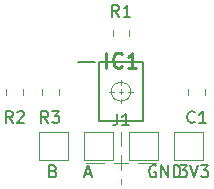
<source format=gbr>
G04 #@! TF.GenerationSoftware,KiCad,Pcbnew,(5.1.2)-2*
G04 #@! TF.CreationDate,2019-12-09T19:24:06+00:00*
G04 #@! TF.ProjectId,encoder_pcb,656e636f-6465-4725-9f70-63622e6b6963,rev?*
G04 #@! TF.SameCoordinates,Original*
G04 #@! TF.FileFunction,Legend,Top*
G04 #@! TF.FilePolarity,Positive*
%FSLAX46Y46*%
G04 Gerber Fmt 4.6, Leading zero omitted, Abs format (unit mm)*
G04 Created by KiCad (PCBNEW (5.1.2)-2) date 2019-12-09 19:24:06*
%MOMM*%
%LPD*%
G04 APERTURE LIST*
%ADD10C,0.120000*%
%ADD11C,0.150000*%
%ADD12C,0.200000*%
%ADD13C,0.254000*%
G04 APERTURE END LIST*
D10*
X110000000Y-121400000D02*
X110000000Y-121800000D01*
D11*
X114961904Y-120252380D02*
X115580952Y-120252380D01*
X115247619Y-120633333D01*
X115390476Y-120633333D01*
X115485714Y-120680952D01*
X115533333Y-120728571D01*
X115580952Y-120823809D01*
X115580952Y-121061904D01*
X115533333Y-121157142D01*
X115485714Y-121204761D01*
X115390476Y-121252380D01*
X115104761Y-121252380D01*
X115009523Y-121204761D01*
X114961904Y-121157142D01*
X115866666Y-120252380D02*
X116200000Y-121252380D01*
X116533333Y-120252380D01*
X116771428Y-120252380D02*
X117390476Y-120252380D01*
X117057142Y-120633333D01*
X117200000Y-120633333D01*
X117295238Y-120680952D01*
X117342857Y-120728571D01*
X117390476Y-120823809D01*
X117390476Y-121061904D01*
X117342857Y-121157142D01*
X117295238Y-121204761D01*
X117200000Y-121252380D01*
X116914285Y-121252380D01*
X116819047Y-121204761D01*
X116771428Y-121157142D01*
X112938095Y-120300000D02*
X112842857Y-120252380D01*
X112700000Y-120252380D01*
X112557142Y-120300000D01*
X112461904Y-120395238D01*
X112414285Y-120490476D01*
X112366666Y-120680952D01*
X112366666Y-120823809D01*
X112414285Y-121014285D01*
X112461904Y-121109523D01*
X112557142Y-121204761D01*
X112700000Y-121252380D01*
X112795238Y-121252380D01*
X112938095Y-121204761D01*
X112985714Y-121157142D01*
X112985714Y-120823809D01*
X112795238Y-120823809D01*
X113414285Y-121252380D02*
X113414285Y-120252380D01*
X113985714Y-121252380D01*
X113985714Y-120252380D01*
X114461904Y-121252380D02*
X114461904Y-120252380D01*
X114700000Y-120252380D01*
X114842857Y-120300000D01*
X114938095Y-120395238D01*
X114985714Y-120490476D01*
X115033333Y-120680952D01*
X115033333Y-120823809D01*
X114985714Y-121014285D01*
X114938095Y-121109523D01*
X114842857Y-121204761D01*
X114700000Y-121252380D01*
X114461904Y-121252380D01*
X106961904Y-120966666D02*
X107438095Y-120966666D01*
X106866666Y-121252380D02*
X107200000Y-120252380D01*
X107533333Y-121252380D01*
X104271428Y-120728571D02*
X104414285Y-120776190D01*
X104461904Y-120823809D01*
X104509523Y-120919047D01*
X104509523Y-121061904D01*
X104461904Y-121157142D01*
X104414285Y-121204761D01*
X104319047Y-121252380D01*
X103938095Y-121252380D01*
X103938095Y-120252380D01*
X104271428Y-120252380D01*
X104366666Y-120300000D01*
X104414285Y-120347619D01*
X104461904Y-120442857D01*
X104461904Y-120538095D01*
X104414285Y-120633333D01*
X104366666Y-120680952D01*
X104271428Y-120728571D01*
X103938095Y-120728571D01*
D10*
X110600000Y-114000000D02*
X111000000Y-114000000D01*
X110000000Y-113400000D02*
X110000000Y-113000000D01*
X109400000Y-114000000D02*
X109000000Y-114000000D01*
X110000000Y-114600000D02*
X110000000Y-115000000D01*
X110200000Y-114000000D02*
X109800000Y-114000000D01*
X110000000Y-113800000D02*
X110000000Y-114200000D01*
X110824621Y-114000000D02*
G75*
G03X110824621Y-114000000I-824621J0D01*
G01*
X110000000Y-118600000D02*
X110000000Y-117400000D01*
X110000000Y-120600000D02*
X110000000Y-119400000D01*
X111400000Y-120000000D02*
X113000000Y-120000000D01*
X108600000Y-120000000D02*
X107000000Y-120000000D01*
X110600000Y-120000000D02*
X109400000Y-120000000D01*
X105485000Y-119800000D02*
X103085000Y-119800000D01*
X103085000Y-117400000D02*
X105485000Y-117400000D01*
X105485000Y-117400000D02*
X105485000Y-119800000D01*
X103085000Y-119800000D02*
X103085000Y-117400000D01*
X106895000Y-117400000D02*
X109295000Y-117400000D01*
X109295000Y-117400000D02*
X109295000Y-119800000D01*
X109295000Y-119800000D02*
X106895000Y-119800000D01*
X106895000Y-119800000D02*
X106895000Y-117400000D01*
X110705000Y-117400000D02*
X113105000Y-117400000D01*
X110705000Y-119800000D02*
X110705000Y-117400000D01*
X113105000Y-119800000D02*
X110705000Y-119800000D01*
X113105000Y-117400000D02*
X113105000Y-119800000D01*
X116915000Y-117400000D02*
X116915000Y-119800000D01*
X114515000Y-117400000D02*
X116915000Y-117400000D01*
X114515000Y-119800000D02*
X114515000Y-117400000D01*
X116915000Y-119800000D02*
X114515000Y-119800000D01*
D12*
X106325000Y-111475000D02*
X107800000Y-111475000D01*
X108150000Y-116500000D02*
X108150000Y-111500000D01*
X111850000Y-116500000D02*
X108150000Y-116500000D01*
X111850000Y-111500000D02*
X111850000Y-116500000D01*
X108150000Y-111500000D02*
X111850000Y-111500000D01*
D10*
X103290000Y-113741422D02*
X103290000Y-114258578D01*
X104710000Y-113741422D02*
X104710000Y-114258578D01*
X100290000Y-113741422D02*
X100290000Y-114258578D01*
X101710000Y-113741422D02*
X101710000Y-114258578D01*
X110710000Y-109258578D02*
X110710000Y-108741422D01*
X109290000Y-109258578D02*
X109290000Y-108741422D01*
X117110000Y-114258578D02*
X117110000Y-113741422D01*
X115690000Y-114258578D02*
X115690000Y-113741422D01*
D11*
X109666666Y-115852380D02*
X109666666Y-116566666D01*
X109619047Y-116709523D01*
X109523809Y-116804761D01*
X109380952Y-116852380D01*
X109285714Y-116852380D01*
X110666666Y-116852380D02*
X110095238Y-116852380D01*
X110380952Y-116852380D02*
X110380952Y-115852380D01*
X110285714Y-115995238D01*
X110190476Y-116090476D01*
X110095238Y-116138095D01*
D13*
X108760238Y-111974523D02*
X108760238Y-110704523D01*
X110090714Y-111853571D02*
X110030238Y-111914047D01*
X109848809Y-111974523D01*
X109727857Y-111974523D01*
X109546428Y-111914047D01*
X109425476Y-111793095D01*
X109365000Y-111672142D01*
X109304523Y-111430238D01*
X109304523Y-111248809D01*
X109365000Y-111006904D01*
X109425476Y-110885952D01*
X109546428Y-110765000D01*
X109727857Y-110704523D01*
X109848809Y-110704523D01*
X110030238Y-110765000D01*
X110090714Y-110825476D01*
X111300238Y-111974523D02*
X110574523Y-111974523D01*
X110937380Y-111974523D02*
X110937380Y-110704523D01*
X110816428Y-110885952D01*
X110695476Y-111006904D01*
X110574523Y-111067380D01*
D11*
X103833333Y-116652380D02*
X103500000Y-116176190D01*
X103261904Y-116652380D02*
X103261904Y-115652380D01*
X103642857Y-115652380D01*
X103738095Y-115700000D01*
X103785714Y-115747619D01*
X103833333Y-115842857D01*
X103833333Y-115985714D01*
X103785714Y-116080952D01*
X103738095Y-116128571D01*
X103642857Y-116176190D01*
X103261904Y-116176190D01*
X104166666Y-115652380D02*
X104785714Y-115652380D01*
X104452380Y-116033333D01*
X104595238Y-116033333D01*
X104690476Y-116080952D01*
X104738095Y-116128571D01*
X104785714Y-116223809D01*
X104785714Y-116461904D01*
X104738095Y-116557142D01*
X104690476Y-116604761D01*
X104595238Y-116652380D01*
X104309523Y-116652380D01*
X104214285Y-116604761D01*
X104166666Y-116557142D01*
X100833333Y-116652380D02*
X100500000Y-116176190D01*
X100261904Y-116652380D02*
X100261904Y-115652380D01*
X100642857Y-115652380D01*
X100738095Y-115700000D01*
X100785714Y-115747619D01*
X100833333Y-115842857D01*
X100833333Y-115985714D01*
X100785714Y-116080952D01*
X100738095Y-116128571D01*
X100642857Y-116176190D01*
X100261904Y-116176190D01*
X101214285Y-115747619D02*
X101261904Y-115700000D01*
X101357142Y-115652380D01*
X101595238Y-115652380D01*
X101690476Y-115700000D01*
X101738095Y-115747619D01*
X101785714Y-115842857D01*
X101785714Y-115938095D01*
X101738095Y-116080952D01*
X101166666Y-116652380D01*
X101785714Y-116652380D01*
X109833333Y-107652380D02*
X109500000Y-107176190D01*
X109261904Y-107652380D02*
X109261904Y-106652380D01*
X109642857Y-106652380D01*
X109738095Y-106700000D01*
X109785714Y-106747619D01*
X109833333Y-106842857D01*
X109833333Y-106985714D01*
X109785714Y-107080952D01*
X109738095Y-107128571D01*
X109642857Y-107176190D01*
X109261904Y-107176190D01*
X110785714Y-107652380D02*
X110214285Y-107652380D01*
X110500000Y-107652380D02*
X110500000Y-106652380D01*
X110404761Y-106795238D01*
X110309523Y-106890476D01*
X110214285Y-106938095D01*
X116233333Y-116557142D02*
X116185714Y-116604761D01*
X116042857Y-116652380D01*
X115947619Y-116652380D01*
X115804761Y-116604761D01*
X115709523Y-116509523D01*
X115661904Y-116414285D01*
X115614285Y-116223809D01*
X115614285Y-116080952D01*
X115661904Y-115890476D01*
X115709523Y-115795238D01*
X115804761Y-115700000D01*
X115947619Y-115652380D01*
X116042857Y-115652380D01*
X116185714Y-115700000D01*
X116233333Y-115747619D01*
X117185714Y-116652380D02*
X116614285Y-116652380D01*
X116900000Y-116652380D02*
X116900000Y-115652380D01*
X116804761Y-115795238D01*
X116709523Y-115890476D01*
X116614285Y-115938095D01*
M02*

</source>
